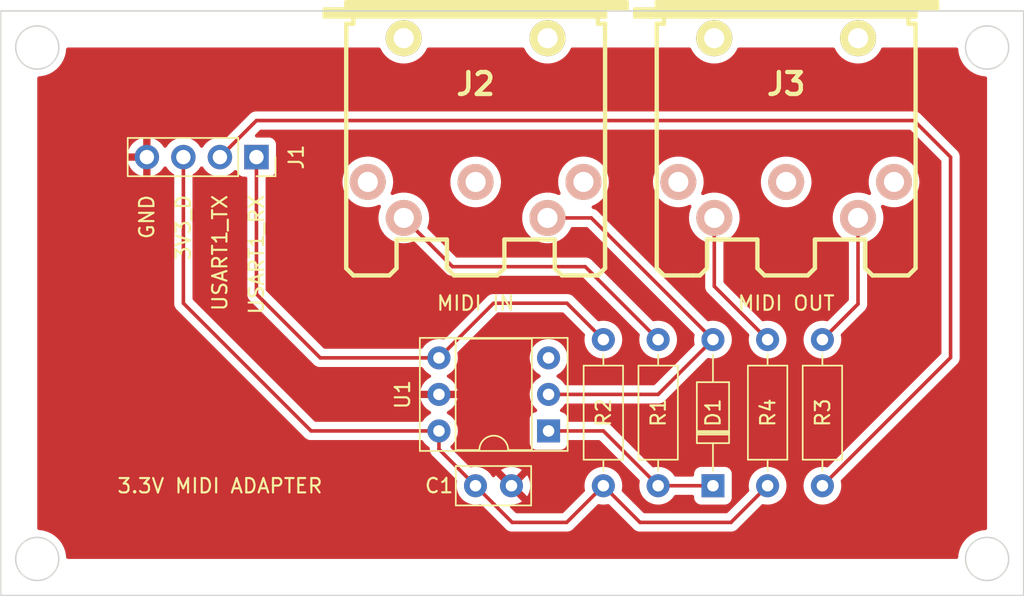
<source format=kicad_pcb>
(kicad_pcb (version 20211014) (generator pcbnew)
  (layers (0 "F.Cu" signal) (31 "B.Cu" signal) (34 "B.Paste" user) (35 "F.Paste" user) (36 "B.SilkS" user "B.Silkscreen") (37 "F.SilkS" user "F.Silkscreen") (38 "B.Mask" user) (39 "F.Mask" user) (44 "Edge.Cuts" user))
  (net 0 "")
  (net 1 "3V3_D")
  (net 2 "GND")
  (net 3 "Net-(D1-Pad1)")
  (net 4 "USART1_RX")
  (net 5 "USART1_TX")
  (net 9 "Net-(U1-Pad2)")
  (net 11 "Net-(R1-Pad2)")
  (net 14 "Net-(R4-Pad2)")
  (net 16 "Net-(R3-Pad2)")
  (footprint "Connector_PinSocket_2.54mm:PinSocket_1x04_P2.54mm_Vertical" (layer "F.Cu") (at 119.38 63.5 -90)
    (fp_text reference "J1" (at 0 -2.77 90) (layer "F.SilkS"))
    (fp_text value "Conn_01x04_Male")
    (fp_line (start 1.33 1.27) (end 1.33 8.95) (layer "F.SilkS") (width 0.12))
    (fp_line (start 0 -1.33) (end 1.33 -1.33) (layer "F.SilkS") (width 0.12))
    (fp_line (start 1.33 -1.33) (end 1.33 0) (layer "F.SilkS") (width 0.12))
    (fp_line (start -1.33 8.95) (end 1.33 8.95) (layer "F.SilkS") (width 0.12))
    (fp_line (start -1.33 1.27) (end 1.33 1.27) (layer "F.SilkS") (width 0.12))
    (fp_line (start -1.33 1.27) (end -1.33 8.95) (layer "F.SilkS") (width 0.12))
    (pad "1" thru_hole rect (at 0 0 270) (size 1.7 1.7) (drill 1) (layers *.Cu *.Mask) (net 4 "USART1_RX"))
    (pad "2" thru_hole oval (at 0 2.54 270) (size 1.7 1.7) (drill 1) (layers *.Cu *.Mask) (net 5 "USART1_TX"))
    (pad "3" thru_hole oval (at 0 5.08 270) (size 1.7 1.7) (drill 1) (layers *.Cu *.Mask) (net 1 "3V3_D"))
    (pad "4" thru_hole oval (at 0 7.62 270) (size 1.7 1.7) (drill 1) (layers *.Cu *.Mask) (net 2 "GND"))
  )
  (footprint "Eurocad.pretty:MIDI_DIN5" (layer "F.Cu") (at 156.21 62.23 180)
    (fp_text reference "J3" (at 0 3.81) (layer "F.SilkS") (effects (font (size 1.524 1.524) (thickness 0.3048))))
    (fp_text value "DIN-5_180degree" hide)
    (fp_line (start -8.99922 8.99922) (end -8.99922 8.49884) (layer "F.SilkS") (width 0.3048))
    (fp_line (start -8.99922 -8.99922) (end -8.49884 -9.4996) (layer "F.SilkS") (width 0.3048))
    (fp_line (start -10.50036 9.4996) (end -10.50036 8.99922) (layer "F.SilkS") (width 0.3048))
    (fp_line (start -10.50036 8.99922) (end -8.99922 8.99922) (layer "F.SilkS") (width 0.3048))
    (fp_line (start 10.50036 8.49884) (end 10.50036 8.99922) (layer "F.SilkS") (width 0.3048))
    (fp_line (start 8.99922 9.4996) (end -10.50036 9.4996) (layer "F.SilkS") (width 0.3048))
    (fp_line (start -1.99898 -8.99922) (end -1.99898 -7.00024) (layer "F.SilkS") (width 0.3048))
    (fp_line (start -8.99922 8.49884) (end 10.50036 8.49884) (layer "F.SilkS") (width 0.3048))
    (fp_line (start 8.99922 8.99922) (end -8.99922 8.99922) (layer "F.SilkS") (width 0.3048))
    (fp_line (start 8.99922 -8.99922) (end 8.49884 -9.4996) (layer "F.SilkS") (width 0.3048))
    (fp_line (start 10.50036 8.99922) (end 8.99922 8.99922) (layer "F.SilkS") (width 0.3048))
    (fp_line (start -5.4991 -7.00024) (end -1.99898 -7.00024) (layer "F.SilkS") (width 0.3048))
    (fp_line (start 8.99922 -8.99922) (end 8.99922 8.001) (layer "F.SilkS") (width 0.3048))
    (fp_line (start -5.4991 -8.99922) (end -5.4991 -7.00024) (layer "F.SilkS") (width 0.3048))
    (fp_line (start -8.99922 -8.99922) (end -8.99922 8.001) (layer "F.SilkS") (width 0.3048))
    (fp_line (start 5.4991 -8.99922) (end 5.4991 -7.00024) (layer "F.SilkS") (width 0.3048))
    (fp_line (start 8.49884 -9.4996) (end 6.49986 -9.4996) (layer "F.SilkS") (width 0.3048))
    (fp_line (start -8.99922 8.7503) (end 10.50036 8.7503) (layer "F.SilkS") (width 0.3048))
    (fp_line (start -8.49884 -9.4996) (end -5.99948 -9.4996) (layer "F.SilkS") (width 0.3048))
    (fp_line (start -10.50036 9.25068) (end 8.99922 9.25068) (layer "F.SilkS") (width 0.3048))
    (fp_line (start 5.4991 -7.00024) (end 1.99898 -7.00024) (layer "F.SilkS") (width 0.3048))
    (fp_line (start 5.99948 -9.4996) (end 5.4991 -8.99922) (layer "F.SilkS") (width 0.3048))
    (fp_line (start -5.99948 -9.4996) (end -5.4991 -8.99922) (layer "F.SilkS") (width 0.3048))
    (fp_line (start -1.50114 -9.4996) (end -1.99898 -8.99922) (layer "F.SilkS") (width 0.3048))
    (fp_line (start -8.99922 8.001) (end -8.49884 8.001) (layer "F.SilkS") (width 0.3048))
    (fp_line (start -8.49884 8.001) (end -8.49884 8.49884) (layer "F.SilkS") (width 0.3048))
    (fp_line (start 8.99922 8.99922) (end 8.99922 9.4996) (layer "F.SilkS") (width 0.3048))
    (fp_line (start 1.50114 -9.4996) (end 1.99898 -8.99922) (layer "F.SilkS") (width 0.3048))
    (fp_line (start 1.99898 -8.99922) (end 1.99898 -7.00024) (layer "F.SilkS") (width 0.3048))
    (fp_line (start -1.50114 -9.4996) (end 1.50114 -9.4996) (layer "F.SilkS") (width 0.3048))
    (fp_line (start 8.99922 8.001) (end 8.49884 8.001) (layer "F.SilkS") (width 0.3048))
    (fp_line (start 6.49986 -9.4996) (end 5.99948 -9.4996) (layer "F.SilkS") (width 0.3048))
    (fp_line (start 8.49884 8.49884) (end 8.49884 8.001) (layer "F.SilkS") (width 0.3048))
    (pad "" np_thru_hole circle locked (at -5.00126 6.9977 180) (size 2.49936 2.49936) (drill 1.397) (layers *.Cu *.Mask "F.SilkS"))
    (pad "" np_thru_hole circle locked (at 5.00126 6.9977 180) (size 2.49936 2.49936) (drill 1.397) (layers *.Cu *.Mask "F.SilkS"))
    (pad "1" thru_hole circle locked (at 7.49808 -2.9972 180) (size 2.49936 2.49936) (drill 1.397) (layers *.Cu *.SilkS *.Mask))
    (pad "2" thru_hole circle locked (at 0 -2.99974 180) (size 2.49936 2.49936) (drill 1.397) (layers *.Cu *.SilkS *.Mask))
    (pad "3" thru_hole circle locked (at -7.49808 -2.9972 180) (size 2.49936 2.49936) (drill 1.397) (layers *.Cu *.SilkS *.Mask))
    (pad "4" thru_hole circle locked (at 4.99618 -5.4991 180) (size 2.49936 2.49936) (drill 1.397) (layers *.Cu *.SilkS *.Mask) (net 14 "Net-(R4-Pad2)"))
    (pad "5" thru_hole circle locked (at -4.99618 -5.4991 180) (size 2.49936 2.49936) (drill 1.397) (layers *.Cu *.SilkS *.Mask) (net 16 "Net-(R3-Pad2)"))
  )
  (footprint "Resistor_THT:R_Axial_DIN0207_L6.3mm_D2.5mm_P10.16mm_Horizontal" (layer "F.Cu") (at 147.31 86.35 90)
    (fp_text reference "R1" (at 5.08 0.01 90) (layer "F.SilkS"))
    (fp_text value "220R")
    (fp_line (start 1.81 1.37) (end 8.35 1.37) (layer "F.SilkS") (width 0.12))
    (fp_line (start 8.35 1.37) (end 8.35 -1.37) (layer "F.SilkS") (width 0.12))
    (fp_line (start 9.12 0) (end 8.35 0) (layer "F.SilkS") (width 0.12))
    (fp_line (start 1.81 -1.37) (end 1.81 1.37) (layer "F.SilkS") (width 0.12))
    (fp_line (start 8.35 -1.37) (end 1.81 -1.37) (layer "F.SilkS") (width 0.12))
    (fp_line (start 1.04 0) (end 1.81 0) (layer "F.SilkS") (width 0.12))
    (pad "1" thru_hole circle (at 0 0 90) (size 1.6 1.6) (drill 0.8) (layers *.Cu *.Mask) (net 3 "Net-(D1-Pad1)"))
    (pad "2" thru_hole oval (at 10.16 0 90) (size 1.6 1.6) (drill 0.8) (layers *.Cu *.Mask) (net 11 "Net-(R1-Pad2)"))
  )
  (footprint "Diode_THT:D_DO-35_SOD27_P10.16mm_Horizontal" (layer "F.Cu") (at 151.12 86.35 90)
    (fp_text reference "D1" (at 5.08 0.01 90) (layer "F.SilkS"))
    (fp_text value "1N4148")
    (fp_line (start 9.12 0) (end 7.2 0) (layer "F.SilkS") (width 0.12))
    (fp_line (start 7.2 -1.12) (end 2.96 -1.12) (layer "F.SilkS") (width 0.12))
    (fp_line (start 3.56 -1.12) (end 3.56 1.12) (layer "F.SilkS") (width 0.12))
    (fp_line (start 3.8 -1.12) (end 3.8 1.12) (layer "F.SilkS") (width 0.12))
    (fp_line (start 2.96 1.12) (end 7.2 1.12) (layer "F.SilkS") (width 0.12))
    (fp_line (start 3.68 -1.12) (end 3.68 1.12) (layer "F.SilkS") (width 0.12))
    (fp_line (start 7.2 1.12) (end 7.2 -1.12) (layer "F.SilkS") (width 0.12))
    (fp_line (start 1.04 0) (end 2.96 0) (layer "F.SilkS") (width 0.12))
    (fp_line (start 2.96 -1.12) (end 2.96 1.12) (layer "F.SilkS") (width 0.12))
    (pad "1" thru_hole rect (at 0 0 90) (size 1.6 1.6) (drill 0.8) (layers *.Cu *.Mask) (net 3 "Net-(D1-Pad1)"))
    (pad "2" thru_hole oval (at 10.16 0 90) (size 1.6 1.6) (drill 0.8) (layers *.Cu *.Mask) (net 9 "Net-(U1-Pad2)"))
  )
  (footprint "Eurocad.pretty:MIDI_DIN5" (layer "F.Cu") (at 134.62 62.23 180)
    (fp_text reference "J2" (at 0 3.81) (layer "F.SilkS") (effects (font (size 1.524 1.524) (thickness 0.3048))))
    (fp_text value "DIN-5_180degree" hide)
    (fp_line (start -10.50036 9.4996) (end -10.50036 8.99922) (layer "F.SilkS") (width 0.3048))
    (fp_line (start -8.49884 8.001) (end -8.49884 8.49884) (layer "F.SilkS") (width 0.3048))
    (fp_line (start -10.50036 9.25068) (end 8.99922 9.25068) (layer "F.SilkS") (width 0.3048))
    (fp_line (start 10.50036 8.49884) (end 10.50036 8.99922) (layer "F.SilkS") (width 0.3048))
    (fp_line (start 5.4991 -8.99922) (end 5.4991 -7.00024) (layer "F.SilkS") (width 0.3048))
    (fp_line (start 8.99922 -8.99922) (end 8.99922 8.001) (layer "F.SilkS") (width 0.3048))
    (fp_line (start -10.50036 8.99922) (end -8.99922 8.99922) (layer "F.SilkS") (width 0.3048))
    (fp_line (start 8.99922 -8.99922) (end 8.49884 -9.4996) (layer "F.SilkS") (width 0.3048))
    (fp_line (start 8.49884 8.49884) (end 8.49884 8.001) (layer "F.SilkS") (width 0.3048))
    (fp_line (start 8.99922 8.99922) (end 8.99922 9.4996) (layer "F.SilkS") (width 0.3048))
    (fp_line (start -8.99922 -8.99922) (end -8.99922 8.001) (layer "F.SilkS") (width 0.3048))
    (fp_line (start 6.49986 -9.4996) (end 5.99948 -9.4996) (layer "F.SilkS") (width 0.3048))
    (fp_line (start 10.50036 8.99922) (end 8.99922 8.99922) (layer "F.SilkS") (width 0.3048))
    (fp_line (start -1.50114 -9.4996) (end 1.50114 -9.4996) (layer "F.SilkS") (width 0.3048))
    (fp_line (start -5.4991 -8.99922) (end -5.4991 -7.00024) (layer "F.SilkS") (width 0.3048))
    (fp_line (start -8.99922 8.49884) (end 10.50036 8.49884) (layer "F.SilkS") (width 0.3048))
    (fp_line (start -1.99898 -8.99922) (end -1.99898 -7.00024) (layer "F.SilkS") (width 0.3048))
    (fp_line (start -8.99922 8.001) (end -8.49884 8.001) (layer "F.SilkS") (width 0.3048))
    (fp_line (start -8.99922 8.99922) (end -8.99922 8.49884) (layer "F.SilkS") (width 0.3048))
    (fp_line (start 1.99898 -8.99922) (end 1.99898 -7.00024) (layer "F.SilkS") (width 0.3048))
    (fp_line (start -8.99922 -8.99922) (end -8.49884 -9.4996) (layer "F.SilkS") (width 0.3048))
    (fp_line (start -8.49884 -9.4996) (end -5.99948 -9.4996) (layer "F.SilkS") (width 0.3048))
    (fp_line (start 5.4991 -7.00024) (end 1.99898 -7.00024) (layer "F.SilkS") (width 0.3048))
    (fp_line (start 8.99922 9.4996) (end -10.50036 9.4996) (layer "F.SilkS") (width 0.3048))
    (fp_line (start -5.4991 -7.00024) (end -1.99898 -7.00024) (layer "F.SilkS") (width 0.3048))
    (fp_line (start 1.50114 -9.4996) (end 1.99898 -8.99922) (layer "F.SilkS") (width 0.3048))
    (fp_line (start 8.99922 8.99922) (end -8.99922 8.99922) (layer "F.SilkS") (width 0.3048))
    (fp_line (start -5.99948 -9.4996) (end -5.4991 -8.99922) (layer "F.SilkS") (width 0.3048))
    (fp_line (start -8.99922 8.7503) (end 10.50036 8.7503) (layer "F.SilkS") (width 0.3048))
    (fp_line (start -1.50114 -9.4996) (end -1.99898 -8.99922) (layer "F.SilkS") (width 0.3048))
    (fp_line (start 8.49884 -9.4996) (end 6.49986 -9.4996) (layer "F.SilkS") (width 0.3048))
    (fp_line (start 5.99948 -9.4996) (end 5.4991 -8.99922) (layer "F.SilkS") (width 0.3048))
    (fp_line (start 8.99922 8.001) (end 8.49884 8.001) (layer "F.SilkS") (width 0.3048))
    (pad "" np_thru_hole circle locked (at -5.00126 6.9977 180) (size 2.49936 2.49936) (drill 1.397) (layers *.Cu *.Mask "F.SilkS"))
    (pad "" np_thru_hole circle locked (at 5.00126 6.9977 180) (size 2.49936 2.49936) (drill 1.397) (layers *.Cu *.Mask "F.SilkS"))
    (pad "1" thru_hole circle locked (at 7.49808 -2.9972 180) (size 2.49936 2.49936) (drill 1.397) (layers *.Cu *.SilkS *.Mask))
    (pad "2" thru_hole circle locked (at 0 -2.99974 180) (size 2.49936 2.49936) (drill 1.397) (layers *.Cu *.SilkS *.Mask))
    (pad "3" thru_hole circle locked (at -7.49808 -2.9972 180) (size 2.49936 2.49936) (drill 1.397) (layers *.Cu *.SilkS *.Mask))
    (pad "4" thru_hole circle locked (at 4.99618 -5.4991 180) (size 2.49936 2.49936) (drill 1.397) (layers *.Cu *.SilkS *.Mask) (net 11 "Net-(R1-Pad2)"))
    (pad "5" thru_hole circle locked (at -4.99618 -5.4991 180) (size 2.49936 2.49936) (drill 1.397) (layers *.Cu *.SilkS *.Mask) (net 9 "Net-(U1-Pad2)"))
  )
  (footprint "Resistor_THT:R_Axial_DIN0207_L6.3mm_D2.5mm_P10.16mm_Horizontal" (layer "F.Cu") (at 154.92 86.35 90)
    (fp_text reference "R4" (at 5.08 0.02 90) (layer "F.SilkS"))
    (fp_text value "33R")
    (fp_line (start 1.04 0) (end 1.81 0) (layer "F.SilkS") (width 0.12))
    (fp_line (start 8.35 -1.37) (end 1.81 -1.37) (layer "F.SilkS") (width 0.12))
    (fp_line (start 1.81 -1.37) (end 1.81 1.37) (layer "F.SilkS") (width 0.12))
    (fp_line (start 9.12 0) (end 8.35 0) (layer "F.SilkS") (width 0.12))
    (fp_line (start 8.35 1.37) (end 8.35 -1.37) (layer "F.SilkS") (width 0.12))
    (fp_line (start 1.81 1.37) (end 8.35 1.37) (layer "F.SilkS") (width 0.12))
    (pad "1" thru_hole circle (at 0 0 90) (size 1.6 1.6) (drill 0.8) (layers *.Cu *.Mask) (net 1 "3V3_D"))
    (pad "2" thru_hole oval (at 10.16 0 90) (size 1.6 1.6) (drill 0.8) (layers *.Cu *.Mask) (net 14 "Net-(R4-Pad2)"))
  )
  (footprint "Resistor_THT:R_Axial_DIN0207_L6.3mm_D2.5mm_P10.16mm_Horizontal" (layer "F.Cu") (at 143.5 86.35 90)
    (fp_text reference "R2" (at 5.08 0.01 90) (layer "F.SilkS"))
    (fp_text value "270R")
    (fp_line (start 8.35 1.37) (end 8.35 -1.37) (layer "F.SilkS") (width 0.12))
    (fp_line (start 8.35 -1.37) (end 1.81 -1.37) (layer "F.SilkS") (width 0.12))
    (fp_line (start 1.04 0) (end 1.81 0) (layer "F.SilkS") (width 0.12))
    (fp_line (start 1.81 1.37) (end 8.35 1.37) (layer "F.SilkS") (width 0.12))
    (fp_line (start 9.12 0) (end 8.35 0) (layer "F.SilkS") (width 0.12))
    (fp_line (start 1.81 -1.37) (end 1.81 1.37) (layer "F.SilkS") (width 0.12))
    (pad "1" thru_hole circle (at 0 0 90) (size 1.6 1.6) (drill 0.8) (layers *.Cu *.Mask) (net 1 "3V3_D"))
    (pad "2" thru_hole oval (at 10.16 0 90) (size 1.6 1.6) (drill 0.8) (layers *.Cu *.Mask) (net 4 "USART1_RX"))
  )
  (footprint "Capacitor_THT:C_Disc_D5.0mm_W2.5mm_P2.50mm" (layer "F.Cu") (at 134.61 86.35)
    (fp_text reference "C1" (at -2.53 0) (layer "F.SilkS"))
    (fp_text value "100nF")
    (fp_line (start 3.87 -1.37) (end 3.87 1.37) (layer "F.SilkS") (width 0.12))
    (fp_line (start -1.37 -1.37) (end -1.37 1.37) (layer "F.SilkS") (width 0.12))
    (fp_line (start -1.37 -1.37) (end 3.87 -1.37) (layer "F.SilkS") (width 0.12))
    (fp_line (start -1.37 1.37) (end 3.87 1.37) (layer "F.SilkS") (width 0.12))
    (pad "1" thru_hole circle (at 0 0) (size 1.6 1.6) (drill 0.8) (layers *.Cu *.Mask) (net 1 "3V3_D"))
    (pad "2" thru_hole circle (at 2.5 0) (size 1.6 1.6) (drill 0.8) (layers *.Cu *.Mask) (net 2 "GND"))
  )
  (footprint "Resistor_THT:R_Axial_DIN0207_L6.3mm_D2.5mm_P10.16mm_Horizontal" (layer "F.Cu") (at 158.73 86.35 90)
    (fp_text reference "R3" (at 5.08 0.02 90) (layer "F.SilkS"))
    (fp_text value "10R")
    (fp_line (start 9.12 0) (end 8.35 0) (layer "F.SilkS") (width 0.12))
    (fp_line (start 1.81 -1.37) (end 1.81 1.37) (layer "F.SilkS") (width 0.12))
    (fp_line (start 8.35 -1.37) (end 1.81 -1.37) (layer "F.SilkS") (width 0.12))
    (fp_line (start 1.81 1.37) (end 8.35 1.37) (layer "F.SilkS") (width 0.12))
    (fp_line (start 8.35 1.37) (end 8.35 -1.37) (layer "F.SilkS") (width 0.12))
    (fp_line (start 1.04 0) (end 1.81 0) (layer "F.SilkS") (width 0.12))
    (pad "1" thru_hole circle (at 0 0 90) (size 1.6 1.6) (drill 0.8) (layers *.Cu *.Mask) (net 5 "USART1_TX"))
    (pad "2" thru_hole oval (at 10.16 0 90) (size 1.6 1.6) (drill 0.8) (layers *.Cu *.Mask) (net 16 "Net-(R3-Pad2)"))
  )
  (footprint "Package_DIP:DIP-6_W7.62mm_Socket" (layer "F.Cu") (at 139.69 82.54 180)
    (fp_text reference "U1" (at 10.15 2.53 90) (layer "F.SilkS"))
    (fp_text value "H11L1")
    (fp_line (start -1.33 6.47) (end 8.95 6.47) (layer "F.SilkS") (width 0.12))
    (fp_line (start 1.16 6.41) (end 6.46 6.41) (layer "F.SilkS") (width 0.12))
    (fp_line (start 8.95 6.47) (end 8.95 -1.39) (layer "F.SilkS") (width 0.12))
    (fp_line (start 1.16 -1.33) (end 1.16 6.41) (layer "F.SilkS") (width 0.12))
    (fp_line (start 8.95 -1.39) (end -1.33 -1.39) (layer "F.SilkS") (width 0.12))
    (fp_line (start -1.33 -1.39) (end -1.33 6.47) (layer "F.SilkS") (width 0.12))
    (fp_line (start 6.46 6.41) (end 6.46 -1.33) (layer "F.SilkS") (width 0.12))
    (fp_line (start 2.81 -1.33) (end 1.16 -1.33) (layer "F.SilkS") (width 0.12))
    (fp_line (start 6.46 -1.33) (end 4.81 -1.33) (layer "F.SilkS") (width 0.12))
    (fp_arc (start 4.81 -1.33) (mid 3.81 -0.33) (end 2.81 -1.33) (layer "F.SilkS") (width 0.12))
    (pad "1" thru_hole rect (at 0 0 180) (size 1.6 1.6) (drill 0.8) (layers *.Cu *.Mask) (net 3 "Net-(D1-Pad1)"))
    (pad "2" thru_hole oval (at 0 2.54 180) (size 1.6 1.6) (drill 0.8) (layers *.Cu *.Mask) (net 9 "Net-(U1-Pad2)"))
    (pad "3" thru_hole oval (at 0 5.08 180) (size 1.6 1.6) (drill 0.8) (layers *.Cu *.Mask))
    (pad "4" thru_hole oval (at 7.62 5.08 180) (size 1.6 1.6) (drill 0.8) (layers *.Cu *.Mask) (net 4 "USART1_RX"))
    (pad "5" thru_hole oval (at 7.62 2.54 180) (size 1.6 1.6) (drill 0.8) (layers *.Cu *.Mask) (net 2 "GND"))
    (pad "6" thru_hole oval (at 7.62 0 180) (size 1.6 1.6) (drill 0.8) (layers *.Cu *.Mask) (net 1 "3V3_D"))
  )
  (gr_circle (center 104.14 55.88) (end 105.64 55.88) (layer "Edge.Cuts") (width 0.1) (fill none))
  (gr_circle (center 170.18 55.88) (end 171.68 55.88) (layer "Edge.Cuts") (width 0.1) (fill none))
  (gr_rect (start 101.6 53.34) (end 172.72 93.98) (layer "Edge.Cuts") (width 0.1) (fill none))
  (gr_circle (center 104.14 91.44) (end 105.64 91.44) (layer "Edge.Cuts") (width 0.1) (fill none))
  (gr_circle (center 170.18 91.44) (end 171.68 91.44) (layer "Edge.Cuts") (width 0.1) (fill none))
  (gr_text "MIDI IN" (at 134.62 73.66) (layer "F.SilkS") (effects (font (size 1 1))))
  (gr_text "USART1_RX" (at 119.38 66.04 90) (layer "F.SilkS") (effects (font (size 1 1)) (justify right)))
  (gr_text "MIDI OUT" (at 156.21 73.66) (layer "F.SilkS") (effects (font (size 1 1))))
  (gr_text "GND" (at 111.76 66.04 90) (layer "F.SilkS") (effects (font (size 1 1)) (justify right)))
  (gr_text "USART1_TX" (at 116.84 66.04 90) (layer "F.SilkS") (effects (font (size 1 1)) (justify right)))
  (gr_text "3.3V MIDI ADAPTER" (at 116.84 86.36) (layer "F.SilkS") (effects (font (size 1 1))))
  (gr_text "3V3_D" (at 114.3 66.04 90) (layer "F.SilkS") (effects (font (size 1 1)) (justify right)))
  (segment (start 137.16 88.9) (end 140.95 88.9) (width 0.25) (layer "F.Cu") (net 1))
  (segment (start 134.61 86.35) (end 137.16 88.9) (width 0.25) (layer "F.Cu") (net 1))
  (segment (start 132.07 82.54) (end 132.07 83.81) (width 0.25) (layer "F.Cu") (net 1))
  (segment (start 123.18 82.54) (end 114.3 73.66) (width 0.25) (layer "F.Cu") (net 1))
  (segment (start 132.07 83.81) (end 134.61 86.35) (width 0.25) (layer "F.Cu") (net 1))
  (segment (start 146.05 88.9) (end 152.37 88.9) (width 0.25) (layer "F.Cu") (net 1))
  (segment (start 143.5 86.35) (end 146.05 88.9) (width 0.25) (layer "F.Cu") (net 1))
  (segment (start 114.3 73.66) (end 114.3 63.5) (width 0.25) (layer "F.Cu") (net 1))
  (segment (start 132.07 82.54) (end 123.18 82.54) (width 0.25) (layer "F.Cu") (net 1))
  (segment (start 152.37 88.9) (end 154.92 86.35) (width 0.25) (layer "F.Cu") (net 1))
  (segment (start 140.95 88.9) (end 143.5 86.35) (width 0.25) (layer "F.Cu") (net 1))
  (segment (start 143.5 82.54) (end 147.31 86.35) (width 0.25) (layer "F.Cu") (net 3))
  (segment (start 139.69 82.54) (end 143.5 82.54) (width 0.25) (layer "F.Cu") (net 3))
  (segment (start 147.31 86.35) (end 151.12 86.35) (width 0.25) (layer "F.Cu") (net 3))
  (segment (start 119.38 73.024282) (end 119.38 63.5) (width 0.25) (layer "F.Cu") (net 4))
  (segment (start 123.815718 77.46) (end 119.38 73.024282) (width 0.25) (layer "F.Cu") (net 4))
  (segment (start 132.07 77.46) (end 135.87 73.66) (width 0.25) (layer "F.Cu") (net 4))
  (segment (start 140.97 73.66) (end 143.5 76.19) (width 0.25) (layer "F.Cu") (net 4))
  (segment (start 135.87 73.66) (end 140.97 73.66) (width 0.25) (layer "F.Cu") (net 4))
  (segment (start 132.07 77.46) (end 123.815718 77.46) (width 0.25) (layer "F.Cu") (net 4))
  (segment (start 167.64 63.5) (end 167.64 77.44) (width 0.25) (layer "F.Cu") (net 5))
  (segment (start 116.84 63.5) (end 119.38 60.96) (width 0.25) (layer "F.Cu") (net 5))
  (segment (start 165.1 60.96) (end 167.64 63.5) (width 0.25) (layer "F.Cu") (net 5))
  (segment (start 167.64 77.44) (end 158.73 86.35) (width 0.25) (layer "F.Cu") (net 5))
  (segment (start 119.38 60.96) (end 165.1 60.96) (width 0.25) (layer "F.Cu") (net 5))
  (segment (start 151.12 76.19) (end 142.6591 67.7291) (width 0.25) (layer "F.Cu") (net 9))
  (segment (start 147.31 80) (end 139.69 80) (width 0.25) (layer "F.Cu") (net 9))
  (segment (start 151.12 76.19) (end 147.31 80) (width 0.25) (layer "F.Cu") (net 9))
  (segment (start 142.6591 67.7291) (end 139.61618 67.7291) (width 0.25) (layer "F.Cu") (net 9))
  (segment (start 133.01472 71.12) (end 129.62382 67.7291) (width 0.25) (layer "F.Cu") (net 11))
  (segment (start 147.31 76.19) (end 142.24 71.12) (width 0.25) (layer "F.Cu") (net 11))
  (segment (start 142.24 71.12) (end 133.01472 71.12) (width 0.25) (layer "F.Cu") (net 11))
  (segment (start 151.21382 67.7291) (end 151.21382 72.48382) (width 0.25) (layer "F.Cu") (net 14))
  (segment (start 151.21382 72.48382) (end 154.92 76.19) (width 0.25) (layer "F.Cu") (net 14))
  (segment (start 161.20618 67.7291) (end 161.20618 73.71382) (width 0.25) (layer "F.Cu") (net 16))
  (segment (start 161.20618 73.71382) (end 158.73 76.19) (width 0.25) (layer "F.Cu") (net 16))
  (zone (net 2) (net_name "GND") (layer "F.Cu") (connect_pads (clearance 0.508)) (min_thickness 0.254) (fill yes (thermal_gap 0.508) (thermal_bridge_width 0.508))
    (polygon (pts (xy 170.18 55.88) (xy 170.18 91.44) (xy 104.14 91.44) (xy 104.14 55.88)))
  )
)
</source>
